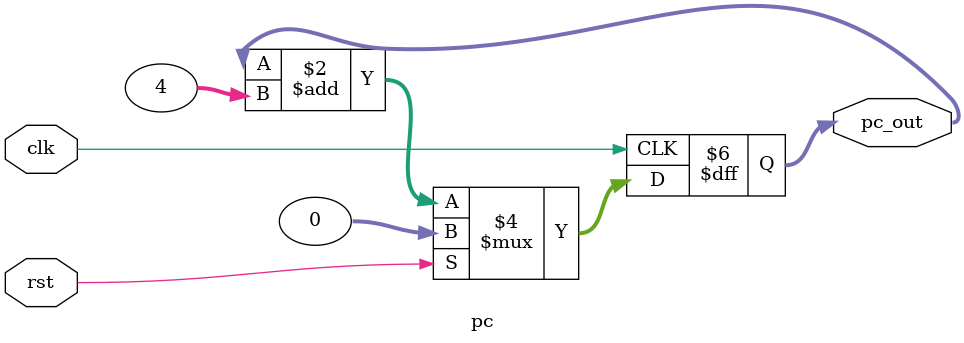
<source format=v>
module pc (
    input         clk,
    input         rst,
    output reg [31:0] pc_out
);
    always @(posedge clk) begin
        if (rst) begin
            pc_out <= 32'h0000_0000;
        end else begin
            pc_out <= pc_out + 32'd4;
        end
    end
endmodule

</source>
